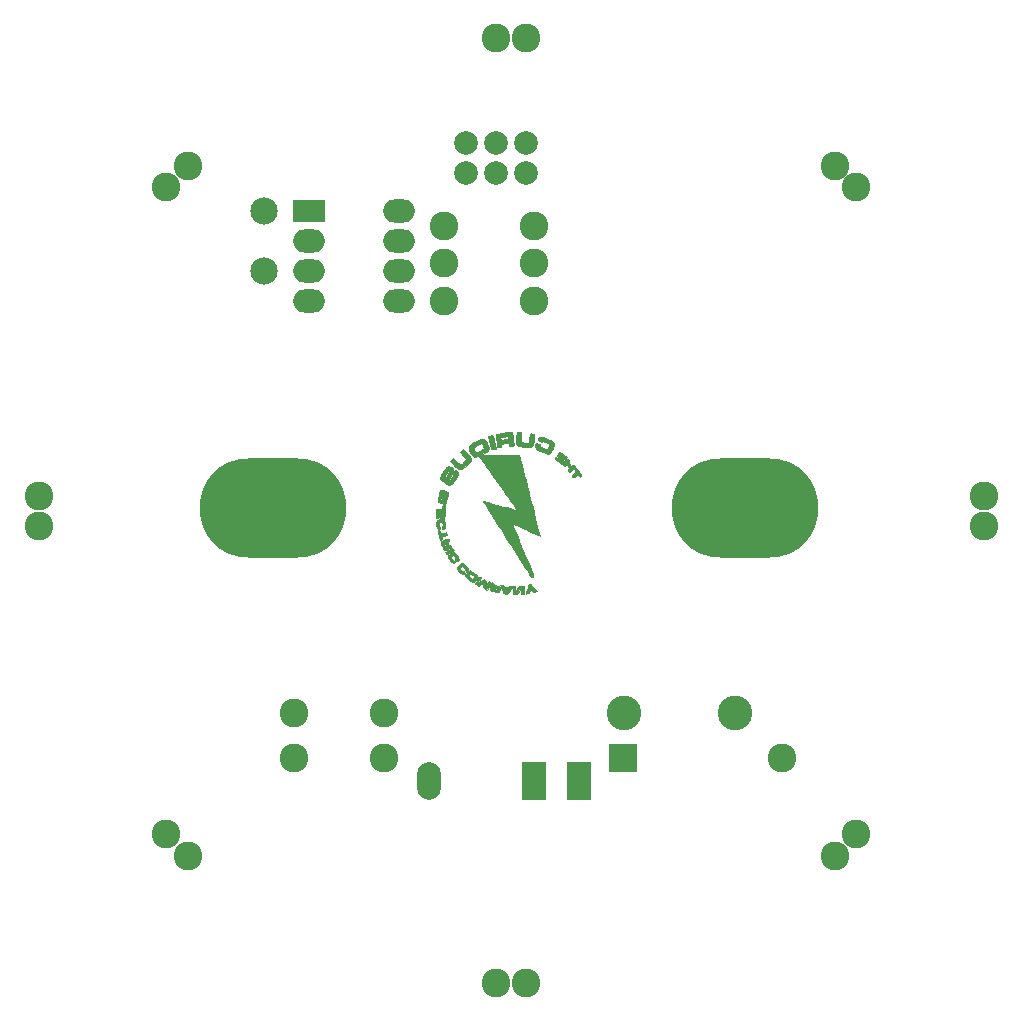
<source format=gbr>
G04 #@! TF.GenerationSoftware,KiCad,Pcbnew,(5.1.0)-1*
G04 #@! TF.CreationDate,2020-05-22T16:47:43+01:00*
G04 #@! TF.ProjectId,Solar8Ball,536f6c61-7238-4426-916c-6c2e6b696361,rev?*
G04 #@! TF.SameCoordinates,PX94225d0PY4cfd790*
G04 #@! TF.FileFunction,Soldermask,Bot*
G04 #@! TF.FilePolarity,Negative*
%FSLAX46Y46*%
G04 Gerber Fmt 4.6, Leading zero omitted, Abs format (unit mm)*
G04 Created by KiCad (PCBNEW (5.1.0)-1) date 2020-05-22 16:47:43*
%MOMM*%
%LPD*%
G04 APERTURE LIST*
%ADD10C,0.010000*%
%ADD11R,2.432000X2.432000*%
%ADD12C,2.432000*%
%ADD13O,12.400000X8.400000*%
%ADD14C,2.940000*%
%ADD15O,2.686000X1.974800*%
%ADD16R,2.686000X1.974800*%
%ADD17C,2.305000*%
%ADD18C,2.000200*%
%ADD19R,2.000000X3.200000*%
%ADD20O,2.000000X3.200000*%
G04 APERTURE END LIST*
D10*
G36*
X721157Y6681318D02*
G01*
X793965Y6652494D01*
X829354Y6586437D01*
X835007Y6468042D01*
X818604Y6282200D01*
X816983Y6267657D01*
X798380Y6063844D01*
X804117Y5928169D01*
X844786Y5845225D01*
X930978Y5799606D01*
X1073285Y5775906D01*
X1160397Y5768132D01*
X1318048Y5758503D01*
X1420550Y5769686D01*
X1481996Y5816050D01*
X1516476Y5911962D01*
X1538084Y6071792D01*
X1546772Y6162097D01*
X1567526Y6352109D01*
X1593186Y6471467D01*
X1633497Y6534048D01*
X1698202Y6553726D01*
X1797047Y6544377D01*
X1813352Y6541679D01*
X1922251Y6517906D01*
X1967645Y6483671D01*
X1970247Y6419816D01*
X1967066Y6399490D01*
X1952511Y6303541D01*
X1931540Y6153383D01*
X1908295Y5978816D01*
X1904539Y5949809D01*
X1875927Y5776668D01*
X1839868Y5625957D01*
X1803381Y5526104D01*
X1797420Y5515892D01*
X1758644Y5467748D01*
X1706644Y5439209D01*
X1621016Y5425707D01*
X1481355Y5422673D01*
X1385441Y5423646D01*
X1189358Y5430459D01*
X996566Y5443785D01*
X845656Y5460883D01*
X833429Y5462849D01*
X615101Y5522609D01*
X468553Y5615210D01*
X399173Y5733024D01*
X392625Y5820358D01*
X397241Y5965266D01*
X411897Y6141551D01*
X419548Y6208739D01*
X440157Y6382343D01*
X456000Y6526383D01*
X464647Y6618299D01*
X465548Y6635750D01*
X503642Y6673880D01*
X603250Y6688018D01*
X721157Y6681318D01*
X721157Y6681318D01*
G37*
X721157Y6681318D02*
X793965Y6652494D01*
X829354Y6586437D01*
X835007Y6468042D01*
X818604Y6282200D01*
X816983Y6267657D01*
X798380Y6063844D01*
X804117Y5928169D01*
X844786Y5845225D01*
X930978Y5799606D01*
X1073285Y5775906D01*
X1160397Y5768132D01*
X1318048Y5758503D01*
X1420550Y5769686D01*
X1481996Y5816050D01*
X1516476Y5911962D01*
X1538084Y6071792D01*
X1546772Y6162097D01*
X1567526Y6352109D01*
X1593186Y6471467D01*
X1633497Y6534048D01*
X1698202Y6553726D01*
X1797047Y6544377D01*
X1813352Y6541679D01*
X1922251Y6517906D01*
X1967645Y6483671D01*
X1970247Y6419816D01*
X1967066Y6399490D01*
X1952511Y6303541D01*
X1931540Y6153383D01*
X1908295Y5978816D01*
X1904539Y5949809D01*
X1875927Y5776668D01*
X1839868Y5625957D01*
X1803381Y5526104D01*
X1797420Y5515892D01*
X1758644Y5467748D01*
X1706644Y5439209D01*
X1621016Y5425707D01*
X1481355Y5422673D01*
X1385441Y5423646D01*
X1189358Y5430459D01*
X996566Y5443785D01*
X845656Y5460883D01*
X833429Y5462849D01*
X615101Y5522609D01*
X468553Y5615210D01*
X399173Y5733024D01*
X392625Y5820358D01*
X397241Y5965266D01*
X411897Y6141551D01*
X419548Y6208739D01*
X440157Y6382343D01*
X456000Y6526383D01*
X464647Y6618299D01*
X465548Y6635750D01*
X503642Y6673880D01*
X603250Y6688018D01*
X721157Y6681318D01*
G36*
X71844Y6673267D02*
G01*
X85609Y6624706D01*
X105604Y6511851D01*
X129213Y6354612D01*
X153819Y6172896D01*
X176807Y5986613D01*
X195560Y5815672D01*
X207462Y5679983D01*
X210290Y5619750D01*
X204686Y5548098D01*
X170485Y5514147D01*
X84978Y5503920D01*
X21167Y5503333D01*
X-95942Y5506902D01*
X-151405Y5528166D01*
X-168222Y5582961D01*
X-169333Y5634490D01*
X-169333Y5765646D01*
X-433916Y5737277D01*
X-625020Y5715027D01*
X-746520Y5692780D01*
X-813149Y5663045D01*
X-839637Y5618331D01*
X-840717Y5551146D01*
X-838881Y5531342D01*
X-836147Y5445544D01*
X-865809Y5404864D01*
X-950095Y5388635D01*
X-996369Y5384925D01*
X-1111369Y5383831D01*
X-1187499Y5396585D01*
X-1197452Y5402563D01*
X-1220799Y5468086D01*
X-1227173Y5575279D01*
X-1218036Y5687046D01*
X-1194848Y5766287D01*
X-1182575Y5780204D01*
X-1170124Y5829271D01*
X-1210897Y5889192D01*
X-1261028Y5986227D01*
X-1295974Y6135248D01*
X-1296639Y6141046D01*
X-921514Y6141046D01*
X-910430Y6096831D01*
X-885091Y6043460D01*
X-837988Y6020676D01*
X-745098Y6022123D01*
X-662808Y6031310D01*
X-512425Y6051231D01*
X-379737Y6071178D01*
X-334334Y6079064D01*
X-255170Y6108779D01*
X-239506Y6173259D01*
X-244732Y6207553D01*
X-258800Y6262950D01*
X-287319Y6292910D01*
X-349735Y6302171D01*
X-465492Y6295469D01*
X-566564Y6285958D01*
X-749659Y6264277D01*
X-861156Y6237679D01*
X-914095Y6198992D01*
X-921514Y6141046D01*
X-1296639Y6141046D01*
X-1303217Y6198306D01*
X-1310233Y6334557D01*
X-1297410Y6414324D01*
X-1257126Y6464906D01*
X-1221978Y6489249D01*
X-1152033Y6513668D01*
X-1021291Y6543090D01*
X-847891Y6574933D01*
X-649972Y6606620D01*
X-445673Y6635568D01*
X-253133Y6659200D01*
X-90491Y6674935D01*
X24114Y6680192D01*
X71844Y6673267D01*
X71844Y6673267D01*
G37*
X71844Y6673267D02*
X85609Y6624706D01*
X105604Y6511851D01*
X129213Y6354612D01*
X153819Y6172896D01*
X176807Y5986613D01*
X195560Y5815672D01*
X207462Y5679983D01*
X210290Y5619750D01*
X204686Y5548098D01*
X170485Y5514147D01*
X84978Y5503920D01*
X21167Y5503333D01*
X-95942Y5506902D01*
X-151405Y5528166D01*
X-168222Y5582961D01*
X-169333Y5634490D01*
X-169333Y5765646D01*
X-433916Y5737277D01*
X-625020Y5715027D01*
X-746520Y5692780D01*
X-813149Y5663045D01*
X-839637Y5618331D01*
X-840717Y5551146D01*
X-838881Y5531342D01*
X-836147Y5445544D01*
X-865809Y5404864D01*
X-950095Y5388635D01*
X-996369Y5384925D01*
X-1111369Y5383831D01*
X-1187499Y5396585D01*
X-1197452Y5402563D01*
X-1220799Y5468086D01*
X-1227173Y5575279D01*
X-1218036Y5687046D01*
X-1194848Y5766287D01*
X-1182575Y5780204D01*
X-1170124Y5829271D01*
X-1210897Y5889192D01*
X-1261028Y5986227D01*
X-1295974Y6135248D01*
X-1296639Y6141046D01*
X-921514Y6141046D01*
X-910430Y6096831D01*
X-885091Y6043460D01*
X-837988Y6020676D01*
X-745098Y6022123D01*
X-662808Y6031310D01*
X-512425Y6051231D01*
X-379737Y6071178D01*
X-334334Y6079064D01*
X-255170Y6108779D01*
X-239506Y6173259D01*
X-244732Y6207553D01*
X-258800Y6262950D01*
X-287319Y6292910D01*
X-349735Y6302171D01*
X-465492Y6295469D01*
X-566564Y6285958D01*
X-749659Y6264277D01*
X-861156Y6237679D01*
X-914095Y6198992D01*
X-921514Y6141046D01*
X-1296639Y6141046D01*
X-1303217Y6198306D01*
X-1310233Y6334557D01*
X-1297410Y6414324D01*
X-1257126Y6464906D01*
X-1221978Y6489249D01*
X-1152033Y6513668D01*
X-1021291Y6543090D01*
X-847891Y6574933D01*
X-649972Y6606620D01*
X-445673Y6635568D01*
X-253133Y6659200D01*
X-90491Y6674935D01*
X24114Y6680192D01*
X71844Y6673267D01*
G36*
X-1596440Y6387812D02*
G01*
X-1583780Y6381558D01*
X-1560380Y6329236D01*
X-1524673Y6216052D01*
X-1481227Y6060512D01*
X-1434615Y5881119D01*
X-1389405Y5696378D01*
X-1350168Y5524795D01*
X-1321475Y5384874D01*
X-1307894Y5295119D01*
X-1309771Y5272083D01*
X-1368815Y5253360D01*
X-1476161Y5231188D01*
X-1509710Y5225541D01*
X-1677845Y5198655D01*
X-1816831Y5729173D01*
X-1866989Y5931357D01*
X-1904810Y6105056D01*
X-1927006Y6233429D01*
X-1930290Y6299638D01*
X-1928924Y6303205D01*
X-1874595Y6337373D01*
X-1776722Y6368391D01*
X-1671829Y6387967D01*
X-1596440Y6387812D01*
X-1596440Y6387812D01*
G37*
X-1596440Y6387812D02*
X-1583780Y6381558D01*
X-1560380Y6329236D01*
X-1524673Y6216052D01*
X-1481227Y6060512D01*
X-1434615Y5881119D01*
X-1389405Y5696378D01*
X-1350168Y5524795D01*
X-1321475Y5384874D01*
X-1307894Y5295119D01*
X-1309771Y5272083D01*
X-1368815Y5253360D01*
X-1476161Y5231188D01*
X-1509710Y5225541D01*
X-1677845Y5198655D01*
X-1816831Y5729173D01*
X-1866989Y5931357D01*
X-1904810Y6105056D01*
X-1927006Y6233429D01*
X-1930290Y6299638D01*
X-1928924Y6303205D01*
X-1874595Y6337373D01*
X-1776722Y6368391D01*
X-1671829Y6387967D01*
X-1596440Y6387812D01*
G36*
X2561996Y6284777D02*
G01*
X2705168Y6248294D01*
X2883153Y6187804D01*
X3075874Y6110979D01*
X3263255Y6025490D01*
X3425218Y5939008D01*
X3478866Y5905540D01*
X3583720Y5815516D01*
X3634542Y5710758D01*
X3632022Y5576977D01*
X3576849Y5399888D01*
X3510503Y5249333D01*
X3408008Y5045985D01*
X3316568Y4913197D01*
X3218618Y4844282D01*
X3096596Y4832553D01*
X2932938Y4871324D01*
X2722099Y4949156D01*
X2442274Y5069639D01*
X2228138Y5183518D01*
X2085333Y5287323D01*
X2019505Y5377585D01*
X2018332Y5381694D01*
X2017858Y5482943D01*
X2049146Y5605611D01*
X2053749Y5617089D01*
X2113393Y5759837D01*
X2268366Y5695085D01*
X2371635Y5653942D01*
X2436940Y5631646D01*
X2444274Y5630333D01*
X2451839Y5596041D01*
X2442117Y5542032D01*
X2440999Y5489915D01*
X2477910Y5442412D01*
X2567285Y5387037D01*
X2691813Y5326079D01*
X2835510Y5265805D01*
X2954664Y5228364D01*
X3024466Y5221476D01*
X3026129Y5222038D01*
X3080039Y5275025D01*
X3140199Y5377462D01*
X3190938Y5497021D01*
X3216589Y5601371D01*
X3217334Y5616561D01*
X3182299Y5667114D01*
X3092490Y5729973D01*
X2970844Y5794719D01*
X2840302Y5850933D01*
X2723803Y5888197D01*
X2644286Y5896094D01*
X2625338Y5885420D01*
X2584419Y5854907D01*
X2506366Y5862566D01*
X2439786Y5882479D01*
X2334464Y5924615D01*
X2269136Y5964386D01*
X2263693Y5970845D01*
X2262947Y6041774D01*
X2308303Y6137299D01*
X2380503Y6228193D01*
X2460289Y6285231D01*
X2473715Y6289584D01*
X2561996Y6284777D01*
X2561996Y6284777D01*
G37*
X2561996Y6284777D02*
X2705168Y6248294D01*
X2883153Y6187804D01*
X3075874Y6110979D01*
X3263255Y6025490D01*
X3425218Y5939008D01*
X3478866Y5905540D01*
X3583720Y5815516D01*
X3634542Y5710758D01*
X3632022Y5576977D01*
X3576849Y5399888D01*
X3510503Y5249333D01*
X3408008Y5045985D01*
X3316568Y4913197D01*
X3218618Y4844282D01*
X3096596Y4832553D01*
X2932938Y4871324D01*
X2722099Y4949156D01*
X2442274Y5069639D01*
X2228138Y5183518D01*
X2085333Y5287323D01*
X2019505Y5377585D01*
X2018332Y5381694D01*
X2017858Y5482943D01*
X2049146Y5605611D01*
X2053749Y5617089D01*
X2113393Y5759837D01*
X2268366Y5695085D01*
X2371635Y5653942D01*
X2436940Y5631646D01*
X2444274Y5630333D01*
X2451839Y5596041D01*
X2442117Y5542032D01*
X2440999Y5489915D01*
X2477910Y5442412D01*
X2567285Y5387037D01*
X2691813Y5326079D01*
X2835510Y5265805D01*
X2954664Y5228364D01*
X3024466Y5221476D01*
X3026129Y5222038D01*
X3080039Y5275025D01*
X3140199Y5377462D01*
X3190938Y5497021D01*
X3216589Y5601371D01*
X3217334Y5616561D01*
X3182299Y5667114D01*
X3092490Y5729973D01*
X2970844Y5794719D01*
X2840302Y5850933D01*
X2723803Y5888197D01*
X2644286Y5896094D01*
X2625338Y5885420D01*
X2584419Y5854907D01*
X2506366Y5862566D01*
X2439786Y5882479D01*
X2334464Y5924615D01*
X2269136Y5964386D01*
X2263693Y5970845D01*
X2262947Y6041774D01*
X2308303Y6137299D01*
X2380503Y6228193D01*
X2460289Y6285231D01*
X2473715Y6289584D01*
X2561996Y6284777D01*
G36*
X4172130Y4937075D02*
G01*
X4271693Y4865659D01*
X4398192Y4766070D01*
X4698136Y4526750D01*
X4483037Y4253041D01*
X4383500Y4127386D01*
X4306619Y4032229D01*
X4265035Y3983144D01*
X4261219Y3979712D01*
X4227170Y4003881D01*
X4142415Y4067886D01*
X4023041Y4159533D01*
X3979334Y4193345D01*
X3827920Y4313492D01*
X3736123Y4396866D01*
X3694888Y4456221D01*
X3695164Y4504315D01*
X3725489Y4551021D01*
X3764401Y4578423D01*
X3819592Y4566490D01*
X3910281Y4508410D01*
X3968412Y4464931D01*
X4080552Y4384694D01*
X4168660Y4331326D01*
X4204035Y4318000D01*
X4197192Y4340965D01*
X4136118Y4400730D01*
X4049781Y4471830D01*
X3929096Y4569993D01*
X3869400Y4635017D01*
X3862442Y4682485D01*
X3899969Y4727980D01*
X3909728Y4736266D01*
X3960554Y4752242D01*
X4035649Y4721605D01*
X4151778Y4637777D01*
X4255560Y4561033D01*
X4330385Y4515715D01*
X4354846Y4510068D01*
X4338827Y4545625D01*
X4274729Y4606198D01*
X4271546Y4608725D01*
X4125066Y4724814D01*
X4035190Y4800781D01*
X3992386Y4849372D01*
X3987125Y4883330D01*
X4009876Y4915401D01*
X4028207Y4934131D01*
X4065960Y4964237D01*
X4108743Y4967577D01*
X4172130Y4937075D01*
X4172130Y4937075D01*
G37*
X4172130Y4937075D02*
X4271693Y4865659D01*
X4398192Y4766070D01*
X4698136Y4526750D01*
X4483037Y4253041D01*
X4383500Y4127386D01*
X4306619Y4032229D01*
X4265035Y3983144D01*
X4261219Y3979712D01*
X4227170Y4003881D01*
X4142415Y4067886D01*
X4023041Y4159533D01*
X3979334Y4193345D01*
X3827920Y4313492D01*
X3736123Y4396866D01*
X3694888Y4456221D01*
X3695164Y4504315D01*
X3725489Y4551021D01*
X3764401Y4578423D01*
X3819592Y4566490D01*
X3910281Y4508410D01*
X3968412Y4464931D01*
X4080552Y4384694D01*
X4168660Y4331326D01*
X4204035Y4318000D01*
X4197192Y4340965D01*
X4136118Y4400730D01*
X4049781Y4471830D01*
X3929096Y4569993D01*
X3869400Y4635017D01*
X3862442Y4682485D01*
X3899969Y4727980D01*
X3909728Y4736266D01*
X3960554Y4752242D01*
X4035649Y4721605D01*
X4151778Y4637777D01*
X4255560Y4561033D01*
X4330385Y4515715D01*
X4354846Y4510068D01*
X4338827Y4545625D01*
X4274729Y4606198D01*
X4271546Y4608725D01*
X4125066Y4724814D01*
X4035190Y4800781D01*
X3992386Y4849372D01*
X3987125Y4883330D01*
X4009876Y4915401D01*
X4028207Y4934131D01*
X4065960Y4964237D01*
X4108743Y4967577D01*
X4172130Y4937075D01*
G36*
X-3789242Y4963281D02*
G01*
X-3607313Y4759860D01*
X-3484097Y4600847D01*
X-3416919Y4472344D01*
X-3403105Y4360450D01*
X-3439980Y4251265D01*
X-3524868Y4130890D01*
X-3610351Y4033697D01*
X-3846716Y3797123D01*
X-4057169Y3630218D01*
X-4238085Y3535521D01*
X-4353551Y3513404D01*
X-4427365Y3519148D01*
X-4495665Y3543826D01*
X-4573484Y3598194D01*
X-4675854Y3693010D01*
X-4817808Y3839030D01*
X-4837325Y3859564D01*
X-5166150Y4205986D01*
X-5051654Y4325493D01*
X-4967357Y4402512D01*
X-4902053Y4443484D01*
X-4892163Y4445500D01*
X-4845029Y4416573D01*
X-4756878Y4338741D01*
X-4643205Y4226150D01*
X-4586679Y4166652D01*
X-4458225Y4032851D01*
X-4370452Y3954117D01*
X-4309430Y3920815D01*
X-4261234Y3923309D01*
X-4245388Y3930548D01*
X-4162954Y3988179D01*
X-4059018Y4078302D01*
X-3953276Y4181310D01*
X-3865427Y4277593D01*
X-3815167Y4347546D01*
X-3810000Y4363950D01*
X-3837626Y4413541D01*
X-3911341Y4506225D01*
X-4017399Y4625197D01*
X-4064000Y4674509D01*
X-4178618Y4797734D01*
X-4266347Y4899400D01*
X-4313534Y4963374D01*
X-4318000Y4974679D01*
X-4288255Y5021618D01*
X-4213747Y5096324D01*
X-4180825Y5124852D01*
X-4043651Y5239371D01*
X-3789242Y4963281D01*
X-3789242Y4963281D01*
G37*
X-3789242Y4963281D02*
X-3607313Y4759860D01*
X-3484097Y4600847D01*
X-3416919Y4472344D01*
X-3403105Y4360450D01*
X-3439980Y4251265D01*
X-3524868Y4130890D01*
X-3610351Y4033697D01*
X-3846716Y3797123D01*
X-4057169Y3630218D01*
X-4238085Y3535521D01*
X-4353551Y3513404D01*
X-4427365Y3519148D01*
X-4495665Y3543826D01*
X-4573484Y3598194D01*
X-4675854Y3693010D01*
X-4817808Y3839030D01*
X-4837325Y3859564D01*
X-5166150Y4205986D01*
X-5051654Y4325493D01*
X-4967357Y4402512D01*
X-4902053Y4443484D01*
X-4892163Y4445500D01*
X-4845029Y4416573D01*
X-4756878Y4338741D01*
X-4643205Y4226150D01*
X-4586679Y4166652D01*
X-4458225Y4032851D01*
X-4370452Y3954117D01*
X-4309430Y3920815D01*
X-4261234Y3923309D01*
X-4245388Y3930548D01*
X-4162954Y3988179D01*
X-4059018Y4078302D01*
X-3953276Y4181310D01*
X-3865427Y4277593D01*
X-3815167Y4347546D01*
X-3810000Y4363950D01*
X-3837626Y4413541D01*
X-3911341Y4506225D01*
X-4017399Y4625197D01*
X-4064000Y4674509D01*
X-4178618Y4797734D01*
X-4266347Y4899400D01*
X-4313534Y4963374D01*
X-4318000Y4974679D01*
X-4288255Y5021618D01*
X-4213747Y5096324D01*
X-4180825Y5124852D01*
X-4043651Y5239371D01*
X-3789242Y4963281D01*
G36*
X4924628Y4321714D02*
G01*
X4935512Y4226800D01*
X4895387Y4155172D01*
X4857817Y4102419D01*
X4862750Y4051163D01*
X4916554Y3973945D01*
X4945569Y3938744D01*
X5021928Y3852626D01*
X5073845Y3823347D01*
X5130017Y3841830D01*
X5170765Y3867519D01*
X5250658Y3912127D01*
X5303168Y3903075D01*
X5356075Y3851330D01*
X5392911Y3805219D01*
X5400265Y3763378D01*
X5369982Y3708578D01*
X5293910Y3623588D01*
X5205656Y3533472D01*
X5067375Y3400215D01*
X4970543Y3327697D01*
X4902810Y3311283D01*
X4851828Y3346333D01*
X4824115Y3390188D01*
X4800773Y3473087D01*
X4842520Y3550604D01*
X4851878Y3561205D01*
X4894292Y3616182D01*
X4893618Y3662723D01*
X4842689Y3727350D01*
X4793436Y3777436D01*
X4709074Y3857812D01*
X4656852Y3884379D01*
X4609607Y3863755D01*
X4572190Y3831338D01*
X4507148Y3779841D01*
X4459367Y3783622D01*
X4391407Y3844778D01*
X4298470Y3937716D01*
X4537026Y4176272D01*
X4683628Y4311900D01*
X4786352Y4380823D01*
X4844084Y4388541D01*
X4924628Y4321714D01*
X4924628Y4321714D01*
G37*
X4924628Y4321714D02*
X4935512Y4226800D01*
X4895387Y4155172D01*
X4857817Y4102419D01*
X4862750Y4051163D01*
X4916554Y3973945D01*
X4945569Y3938744D01*
X5021928Y3852626D01*
X5073845Y3823347D01*
X5130017Y3841830D01*
X5170765Y3867519D01*
X5250658Y3912127D01*
X5303168Y3903075D01*
X5356075Y3851330D01*
X5392911Y3805219D01*
X5400265Y3763378D01*
X5369982Y3708578D01*
X5293910Y3623588D01*
X5205656Y3533472D01*
X5067375Y3400215D01*
X4970543Y3327697D01*
X4902810Y3311283D01*
X4851828Y3346333D01*
X4824115Y3390188D01*
X4800773Y3473087D01*
X4842520Y3550604D01*
X4851878Y3561205D01*
X4894292Y3616182D01*
X4893618Y3662723D01*
X4842689Y3727350D01*
X4793436Y3777436D01*
X4709074Y3857812D01*
X4656852Y3884379D01*
X4609607Y3863755D01*
X4572190Y3831338D01*
X4507148Y3779841D01*
X4459367Y3783622D01*
X4391407Y3844778D01*
X4298470Y3937716D01*
X4537026Y4176272D01*
X4683628Y4311900D01*
X4786352Y4380823D01*
X4844084Y4388541D01*
X4924628Y4321714D01*
G36*
X5488568Y3625627D02*
G01*
X5549074Y3581726D01*
X5629871Y3487211D01*
X5743729Y3332516D01*
X5754721Y3317152D01*
X5861230Y3166173D01*
X5923745Y3068151D01*
X5948234Y3007691D01*
X5940664Y2969394D01*
X5907001Y2937864D01*
X5902888Y2934827D01*
X5841417Y2901461D01*
X5790436Y2920509D01*
X5729412Y2988960D01*
X5637990Y3103288D01*
X5456489Y2969811D01*
X5333756Y2883206D01*
X5258350Y2845792D01*
X5211233Y2854185D01*
X5173364Y2905003D01*
X5166156Y2918217D01*
X5134748Y2982295D01*
X5133815Y3028230D01*
X5174811Y3076652D01*
X5269188Y3148188D01*
X5310196Y3177651D01*
X5498058Y3312564D01*
X5406462Y3436454D01*
X5350163Y3522666D01*
X5346041Y3571191D01*
X5377350Y3599857D01*
X5435583Y3628482D01*
X5488568Y3625627D01*
X5488568Y3625627D01*
G37*
X5488568Y3625627D02*
X5549074Y3581726D01*
X5629871Y3487211D01*
X5743729Y3332516D01*
X5754721Y3317152D01*
X5861230Y3166173D01*
X5923745Y3068151D01*
X5948234Y3007691D01*
X5940664Y2969394D01*
X5907001Y2937864D01*
X5902888Y2934827D01*
X5841417Y2901461D01*
X5790436Y2920509D01*
X5729412Y2988960D01*
X5637990Y3103288D01*
X5456489Y2969811D01*
X5333756Y2883206D01*
X5258350Y2845792D01*
X5211233Y2854185D01*
X5173364Y2905003D01*
X5166156Y2918217D01*
X5134748Y2982295D01*
X5133815Y3028230D01*
X5174811Y3076652D01*
X5269188Y3148188D01*
X5310196Y3177651D01*
X5498058Y3312564D01*
X5406462Y3436454D01*
X5350163Y3522666D01*
X5346041Y3571191D01*
X5377350Y3599857D01*
X5435583Y3628482D01*
X5488568Y3625627D01*
G36*
X-5178396Y3739829D02*
G01*
X-5032446Y3672631D01*
X-4924146Y3572863D01*
X-4886476Y3495523D01*
X-4885500Y3422011D01*
X-4917845Y3318123D01*
X-4988994Y3169885D01*
X-5075840Y3012936D01*
X-5179845Y2829851D01*
X-5245788Y2707672D01*
X-5278185Y2634119D01*
X-5281550Y2596915D01*
X-5260397Y2583781D01*
X-5234160Y2582333D01*
X-5174268Y2617378D01*
X-5095940Y2706825D01*
X-5013835Y2827147D01*
X-4942608Y2954814D01*
X-4896916Y3066297D01*
X-4890122Y3134627D01*
X-4887254Y3219507D01*
X-4848961Y3324968D01*
X-4791547Y3418923D01*
X-4731317Y3469288D01*
X-4719022Y3471333D01*
X-4638487Y3436866D01*
X-4555895Y3354505D01*
X-4498435Y3255810D01*
X-4487333Y3202428D01*
X-4510283Y3117506D01*
X-4572048Y2982672D01*
X-4662002Y2816742D01*
X-4769519Y2638537D01*
X-4883971Y2466874D01*
X-4962991Y2360083D01*
X-5096547Y2238915D01*
X-5246610Y2199703D01*
X-5418348Y2241503D01*
X-5470519Y2267322D01*
X-5594809Y2367513D01*
X-5664421Y2492314D01*
X-5672666Y2549577D01*
X-5652590Y2608952D01*
X-5598527Y2722479D01*
X-5519727Y2871516D01*
X-5461000Y2976202D01*
X-5371972Y3133396D01*
X-5301410Y3261655D01*
X-5258331Y3344370D01*
X-5249333Y3366009D01*
X-5283580Y3384741D01*
X-5308420Y3386666D01*
X-5365966Y3351902D01*
X-5441063Y3264298D01*
X-5518036Y3148890D01*
X-5581210Y3030714D01*
X-5614908Y2934804D01*
X-5614347Y2898067D01*
X-5621060Y2830325D01*
X-5661904Y2730555D01*
X-5720119Y2629343D01*
X-5778947Y2557275D01*
X-5810250Y2540524D01*
X-5860391Y2567101D01*
X-5926666Y2624666D01*
X-5988964Y2710599D01*
X-6007575Y2810110D01*
X-5979512Y2935203D01*
X-5901788Y3097881D01*
X-5771415Y3310149D01*
X-5746750Y3347586D01*
X-5629090Y3522046D01*
X-5543797Y3637484D01*
X-5478157Y3706542D01*
X-5419455Y3741865D01*
X-5354976Y3756096D01*
X-5334000Y3758035D01*
X-5178396Y3739829D01*
X-5178396Y3739829D01*
G37*
X-5178396Y3739829D02*
X-5032446Y3672631D01*
X-4924146Y3572863D01*
X-4886476Y3495523D01*
X-4885500Y3422011D01*
X-4917845Y3318123D01*
X-4988994Y3169885D01*
X-5075840Y3012936D01*
X-5179845Y2829851D01*
X-5245788Y2707672D01*
X-5278185Y2634119D01*
X-5281550Y2596915D01*
X-5260397Y2583781D01*
X-5234160Y2582333D01*
X-5174268Y2617378D01*
X-5095940Y2706825D01*
X-5013835Y2827147D01*
X-4942608Y2954814D01*
X-4896916Y3066297D01*
X-4890122Y3134627D01*
X-4887254Y3219507D01*
X-4848961Y3324968D01*
X-4791547Y3418923D01*
X-4731317Y3469288D01*
X-4719022Y3471333D01*
X-4638487Y3436866D01*
X-4555895Y3354505D01*
X-4498435Y3255810D01*
X-4487333Y3202428D01*
X-4510283Y3117506D01*
X-4572048Y2982672D01*
X-4662002Y2816742D01*
X-4769519Y2638537D01*
X-4883971Y2466874D01*
X-4962991Y2360083D01*
X-5096547Y2238915D01*
X-5246610Y2199703D01*
X-5418348Y2241503D01*
X-5470519Y2267322D01*
X-5594809Y2367513D01*
X-5664421Y2492314D01*
X-5672666Y2549577D01*
X-5652590Y2608952D01*
X-5598527Y2722479D01*
X-5519727Y2871516D01*
X-5461000Y2976202D01*
X-5371972Y3133396D01*
X-5301410Y3261655D01*
X-5258331Y3344370D01*
X-5249333Y3366009D01*
X-5283580Y3384741D01*
X-5308420Y3386666D01*
X-5365966Y3351902D01*
X-5441063Y3264298D01*
X-5518036Y3148890D01*
X-5581210Y3030714D01*
X-5614908Y2934804D01*
X-5614347Y2898067D01*
X-5621060Y2830325D01*
X-5661904Y2730555D01*
X-5720119Y2629343D01*
X-5778947Y2557275D01*
X-5810250Y2540524D01*
X-5860391Y2567101D01*
X-5926666Y2624666D01*
X-5988964Y2710599D01*
X-6007575Y2810110D01*
X-5979512Y2935203D01*
X-5901788Y3097881D01*
X-5771415Y3310149D01*
X-5746750Y3347586D01*
X-5629090Y3522046D01*
X-5543797Y3637484D01*
X-5478157Y3706542D01*
X-5419455Y3741865D01*
X-5354976Y3756096D01*
X-5334000Y3758035D01*
X-5178396Y3739829D01*
G36*
X-5847826Y1768191D02*
G01*
X-5674510Y1724224D01*
X-5643893Y1715412D01*
X-5490064Y1670737D01*
X-5392220Y1632277D01*
X-5343243Y1582588D01*
X-5336015Y1504224D01*
X-5363419Y1379741D01*
X-5418338Y1191693D01*
X-5423306Y1174750D01*
X-5471355Y1033438D01*
X-5518931Y931075D01*
X-5556207Y888547D01*
X-5558042Y888352D01*
X-5586146Y877736D01*
X-5560311Y856602D01*
X-5538681Y815722D01*
X-5539159Y725447D01*
X-5562360Y572295D01*
X-5576743Y497416D01*
X-5611560Y332968D01*
X-5640951Y234989D01*
X-5673725Y186488D01*
X-5718691Y170472D01*
X-5746822Y169333D01*
X-5808942Y174622D01*
X-5835237Y205097D01*
X-5833873Y282670D01*
X-5821772Y370416D01*
X-5802801Y497224D01*
X-5788773Y589159D01*
X-5785215Y611504D01*
X-5819169Y640047D01*
X-5913649Y670842D01*
X-6000750Y688816D01*
X-6129750Y713819D01*
X-6195812Y743071D01*
X-6219889Y792268D01*
X-6223000Y855306D01*
X-6218818Y935246D01*
X-6190780Y968093D01*
X-6115644Y966839D01*
X-6043083Y955886D01*
X-5902068Y931509D01*
X-5778798Y907057D01*
X-5757333Y902187D01*
X-5688943Y893255D01*
X-5678631Y906648D01*
X-5681486Y959613D01*
X-5661763Y1067893D01*
X-5629595Y1187770D01*
X-5595321Y1317991D01*
X-5581242Y1408890D01*
X-5588877Y1439333D01*
X-5618834Y1402170D01*
X-5659651Y1306039D01*
X-5692012Y1206500D01*
X-5736479Y1066465D01*
X-5774027Y995884D01*
X-5817061Y981780D01*
X-5877987Y1011175D01*
X-5878452Y1011469D01*
X-5908392Y1045934D01*
X-5910713Y1108808D01*
X-5884698Y1222007D01*
X-5869855Y1273862D01*
X-5836564Y1400632D01*
X-5820233Y1490400D01*
X-5821822Y1517934D01*
X-5839624Y1516932D01*
X-5863107Y1471517D01*
X-5897676Y1368355D01*
X-5938213Y1230884D01*
X-5987136Y1094749D01*
X-6039091Y1033636D01*
X-6104228Y1038202D01*
X-6131297Y1053129D01*
X-6152045Y1107939D01*
X-6140484Y1228323D01*
X-6095907Y1417857D01*
X-6017606Y1680120D01*
X-5990834Y1763123D01*
X-5950931Y1780836D01*
X-5847826Y1768191D01*
X-5847826Y1768191D01*
G37*
X-5847826Y1768191D02*
X-5674510Y1724224D01*
X-5643893Y1715412D01*
X-5490064Y1670737D01*
X-5392220Y1632277D01*
X-5343243Y1582588D01*
X-5336015Y1504224D01*
X-5363419Y1379741D01*
X-5418338Y1191693D01*
X-5423306Y1174750D01*
X-5471355Y1033438D01*
X-5518931Y931075D01*
X-5556207Y888547D01*
X-5558042Y888352D01*
X-5586146Y877736D01*
X-5560311Y856602D01*
X-5538681Y815722D01*
X-5539159Y725447D01*
X-5562360Y572295D01*
X-5576743Y497416D01*
X-5611560Y332968D01*
X-5640951Y234989D01*
X-5673725Y186488D01*
X-5718691Y170472D01*
X-5746822Y169333D01*
X-5808942Y174622D01*
X-5835237Y205097D01*
X-5833873Y282670D01*
X-5821772Y370416D01*
X-5802801Y497224D01*
X-5788773Y589159D01*
X-5785215Y611504D01*
X-5819169Y640047D01*
X-5913649Y670842D01*
X-6000750Y688816D01*
X-6129750Y713819D01*
X-6195812Y743071D01*
X-6219889Y792268D01*
X-6223000Y855306D01*
X-6218818Y935246D01*
X-6190780Y968093D01*
X-6115644Y966839D01*
X-6043083Y955886D01*
X-5902068Y931509D01*
X-5778798Y907057D01*
X-5757333Y902187D01*
X-5688943Y893255D01*
X-5678631Y906648D01*
X-5681486Y959613D01*
X-5661763Y1067893D01*
X-5629595Y1187770D01*
X-5595321Y1317991D01*
X-5581242Y1408890D01*
X-5588877Y1439333D01*
X-5618834Y1402170D01*
X-5659651Y1306039D01*
X-5692012Y1206500D01*
X-5736479Y1066465D01*
X-5774027Y995884D01*
X-5817061Y981780D01*
X-5877987Y1011175D01*
X-5878452Y1011469D01*
X-5908392Y1045934D01*
X-5910713Y1108808D01*
X-5884698Y1222007D01*
X-5869855Y1273862D01*
X-5836564Y1400632D01*
X-5820233Y1490400D01*
X-5821822Y1517934D01*
X-5839624Y1516932D01*
X-5863107Y1471517D01*
X-5897676Y1368355D01*
X-5938213Y1230884D01*
X-5987136Y1094749D01*
X-6039091Y1033636D01*
X-6104228Y1038202D01*
X-6131297Y1053129D01*
X-6152045Y1107939D01*
X-6140484Y1228323D01*
X-6095907Y1417857D01*
X-6017606Y1680120D01*
X-5990834Y1763123D01*
X-5950931Y1780836D01*
X-5847826Y1768191D01*
G36*
X-6153591Y153921D02*
G01*
X-5990617Y136758D01*
X-5829325Y127515D01*
X-5793758Y127000D01*
X-5630333Y127000D01*
X-5630333Y-121709D01*
X-5637822Y-357792D01*
X-5661484Y-517395D01*
X-5703112Y-607473D01*
X-5762625Y-635000D01*
X-5805147Y-625169D01*
X-5829278Y-583592D01*
X-5840095Y-492144D01*
X-5842648Y-349250D01*
X-5847035Y-195867D01*
X-5859887Y-122209D01*
X-5882067Y-123678D01*
X-5884333Y-127000D01*
X-5909132Y-205826D01*
X-5924096Y-331128D01*
X-5926018Y-391584D01*
X-5931404Y-514672D01*
X-5952504Y-574524D01*
X-5998295Y-592299D01*
X-6011333Y-592667D01*
X-6058198Y-583174D01*
X-6084849Y-542065D01*
X-6097832Y-450396D01*
X-6102775Y-328084D01*
X-6108038Y-217197D01*
X-6115537Y-173570D01*
X-6123719Y-205567D01*
X-6124359Y-211667D01*
X-6146923Y-407897D01*
X-6170625Y-533839D01*
X-6200293Y-603787D01*
X-6240750Y-632040D01*
X-6267251Y-635000D01*
X-6305520Y-628560D01*
X-6329773Y-598866D01*
X-6343166Y-530360D01*
X-6348855Y-407483D01*
X-6350000Y-227079D01*
X-6350000Y180841D01*
X-6153591Y153921D01*
X-6153591Y153921D01*
G37*
X-6153591Y153921D02*
X-5990617Y136758D01*
X-5829325Y127515D01*
X-5793758Y127000D01*
X-5630333Y127000D01*
X-5630333Y-121709D01*
X-5637822Y-357792D01*
X-5661484Y-517395D01*
X-5703112Y-607473D01*
X-5762625Y-635000D01*
X-5805147Y-625169D01*
X-5829278Y-583592D01*
X-5840095Y-492144D01*
X-5842648Y-349250D01*
X-5847035Y-195867D01*
X-5859887Y-122209D01*
X-5882067Y-123678D01*
X-5884333Y-127000D01*
X-5909132Y-205826D01*
X-5924096Y-331128D01*
X-5926018Y-391584D01*
X-5931404Y-514672D01*
X-5952504Y-574524D01*
X-5998295Y-592299D01*
X-6011333Y-592667D01*
X-6058198Y-583174D01*
X-6084849Y-542065D01*
X-6097832Y-450396D01*
X-6102775Y-328084D01*
X-6108038Y-217197D01*
X-6115537Y-173570D01*
X-6123719Y-205567D01*
X-6124359Y-211667D01*
X-6146923Y-407897D01*
X-6170625Y-533839D01*
X-6200293Y-603787D01*
X-6240750Y-632040D01*
X-6267251Y-635000D01*
X-6305520Y-628560D01*
X-6329773Y-598866D01*
X-6343166Y-530360D01*
X-6348855Y-407483D01*
X-6350000Y-227079D01*
X-6350000Y180841D01*
X-6153591Y153921D01*
G36*
X-5729702Y-706985D02*
G01*
X-5726079Y-709284D01*
X-5688232Y-771848D01*
X-5649990Y-893632D01*
X-5616897Y-1049398D01*
X-5594498Y-1213908D01*
X-5588000Y-1337789D01*
X-5617801Y-1459617D01*
X-5693396Y-1539221D01*
X-5794070Y-1558006D01*
X-5824141Y-1549755D01*
X-5864679Y-1501836D01*
X-5883087Y-1421630D01*
X-5876583Y-1346133D01*
X-5842383Y-1312336D01*
X-5842000Y-1312334D01*
X-5813341Y-1275960D01*
X-5800631Y-1188263D01*
X-5805573Y-1081380D01*
X-5825362Y-998296D01*
X-5884918Y-945765D01*
X-5984426Y-934199D01*
X-6087664Y-967605D01*
X-6089942Y-969027D01*
X-6119255Y-1030858D01*
X-6119797Y-1136637D01*
X-6094875Y-1251961D01*
X-6054892Y-1333500D01*
X-6020113Y-1406577D01*
X-6000244Y-1471084D01*
X-5995577Y-1539136D01*
X-6042553Y-1563900D01*
X-6098474Y-1566334D01*
X-6208425Y-1540308D01*
X-6259485Y-1492250D01*
X-6295564Y-1384586D01*
X-6320495Y-1234862D01*
X-6332623Y-1071516D01*
X-6330292Y-922986D01*
X-6311845Y-817711D01*
X-6300097Y-794740D01*
X-6226110Y-749256D01*
X-6099824Y-712937D01*
X-5953491Y-690585D01*
X-5819365Y-687000D01*
X-5729702Y-706985D01*
X-5729702Y-706985D01*
G37*
X-5729702Y-706985D02*
X-5726079Y-709284D01*
X-5688232Y-771848D01*
X-5649990Y-893632D01*
X-5616897Y-1049398D01*
X-5594498Y-1213908D01*
X-5588000Y-1337789D01*
X-5617801Y-1459617D01*
X-5693396Y-1539221D01*
X-5794070Y-1558006D01*
X-5824141Y-1549755D01*
X-5864679Y-1501836D01*
X-5883087Y-1421630D01*
X-5876583Y-1346133D01*
X-5842383Y-1312336D01*
X-5842000Y-1312334D01*
X-5813341Y-1275960D01*
X-5800631Y-1188263D01*
X-5805573Y-1081380D01*
X-5825362Y-998296D01*
X-5884918Y-945765D01*
X-5984426Y-934199D01*
X-6087664Y-967605D01*
X-6089942Y-969027D01*
X-6119255Y-1030858D01*
X-6119797Y-1136637D01*
X-6094875Y-1251961D01*
X-6054892Y-1333500D01*
X-6020113Y-1406577D01*
X-6000244Y-1471084D01*
X-5995577Y-1539136D01*
X-6042553Y-1563900D01*
X-6098474Y-1566334D01*
X-6208425Y-1540308D01*
X-6259485Y-1492250D01*
X-6295564Y-1384586D01*
X-6320495Y-1234862D01*
X-6332623Y-1071516D01*
X-6330292Y-922986D01*
X-6311845Y-817711D01*
X-6300097Y-794740D01*
X-6226110Y-749256D01*
X-6099824Y-712937D01*
X-5953491Y-690585D01*
X-5819365Y-687000D01*
X-5729702Y-706985D01*
G36*
X-6030957Y-1687884D02*
G01*
X-5995525Y-1782955D01*
X-5967823Y-1872675D01*
X-5921236Y-1897346D01*
X-5873817Y-1888766D01*
X-5765581Y-1863612D01*
X-5633136Y-1838278D01*
X-5625542Y-1836993D01*
X-5523088Y-1826044D01*
X-5474576Y-1849260D01*
X-5451646Y-1920934D01*
X-5450858Y-1925019D01*
X-5450024Y-2015639D01*
X-5476816Y-2054413D01*
X-5544949Y-2074034D01*
X-5659264Y-2104562D01*
X-5707254Y-2116972D01*
X-5819212Y-2149765D01*
X-5867457Y-2185663D01*
X-5870884Y-2246317D01*
X-5861479Y-2293684D01*
X-5861992Y-2415481D01*
X-5924603Y-2484211D01*
X-5991061Y-2497019D01*
X-6019885Y-2459144D01*
X-6061279Y-2357026D01*
X-6108414Y-2208837D01*
X-6132935Y-2119567D01*
X-6182193Y-1915527D01*
X-6203083Y-1779124D01*
X-6194697Y-1697906D01*
X-6156127Y-1659418D01*
X-6098793Y-1651000D01*
X-6030957Y-1687884D01*
X-6030957Y-1687884D01*
G37*
X-6030957Y-1687884D02*
X-5995525Y-1782955D01*
X-5967823Y-1872675D01*
X-5921236Y-1897346D01*
X-5873817Y-1888766D01*
X-5765581Y-1863612D01*
X-5633136Y-1838278D01*
X-5625542Y-1836993D01*
X-5523088Y-1826044D01*
X-5474576Y-1849260D01*
X-5451646Y-1920934D01*
X-5450858Y-1925019D01*
X-5450024Y-2015639D01*
X-5476816Y-2054413D01*
X-5544949Y-2074034D01*
X-5659264Y-2104562D01*
X-5707254Y-2116972D01*
X-5819212Y-2149765D01*
X-5867457Y-2185663D01*
X-5870884Y-2246317D01*
X-5861479Y-2293684D01*
X-5861992Y-2415481D01*
X-5924603Y-2484211D01*
X-5991061Y-2497019D01*
X-6019885Y-2459144D01*
X-6061279Y-2357026D01*
X-6108414Y-2208837D01*
X-6132935Y-2119567D01*
X-6182193Y-1915527D01*
X-6203083Y-1779124D01*
X-6194697Y-1697906D01*
X-6156127Y-1659418D01*
X-6098793Y-1651000D01*
X-6030957Y-1687884D01*
G36*
X-5329195Y-2361180D02*
G01*
X-5295645Y-2422973D01*
X-5272405Y-2487084D01*
X-5264971Y-2561605D01*
X-5309980Y-2582334D01*
X-5366258Y-2612538D01*
X-5368146Y-2704482D01*
X-5335048Y-2812411D01*
X-5271785Y-2899735D01*
X-5209537Y-2921000D01*
X-5130665Y-2952870D01*
X-5069630Y-3026026D01*
X-5050227Y-3106784D01*
X-5059374Y-3133542D01*
X-5116175Y-3163401D01*
X-5209498Y-3175000D01*
X-5297601Y-3186272D01*
X-5334000Y-3213192D01*
X-5369157Y-3247856D01*
X-5452418Y-3291057D01*
X-5550468Y-3328108D01*
X-5629993Y-3344322D01*
X-5631467Y-3344334D01*
X-5681446Y-3315242D01*
X-5703170Y-3291417D01*
X-5741162Y-3222546D01*
X-5794972Y-3102192D01*
X-5854627Y-2955809D01*
X-5910155Y-2808849D01*
X-5936353Y-2731646D01*
X-5702901Y-2731646D01*
X-5694032Y-2783417D01*
X-5656747Y-2879652D01*
X-5622759Y-2971343D01*
X-5572485Y-3052746D01*
X-5522397Y-3062502D01*
X-5488265Y-3035631D01*
X-5492287Y-2979232D01*
X-5525641Y-2890572D01*
X-5565788Y-2790708D01*
X-5587004Y-2730560D01*
X-5588000Y-2725330D01*
X-5622839Y-2711380D01*
X-5656029Y-2709334D01*
X-5702901Y-2731646D01*
X-5936353Y-2731646D01*
X-5951584Y-2686765D01*
X-5968942Y-2615012D01*
X-5969000Y-2612924D01*
X-5932313Y-2574743D01*
X-5837983Y-2522292D01*
X-5709603Y-2464853D01*
X-5570765Y-2411710D01*
X-5445065Y-2372146D01*
X-5356094Y-2355444D01*
X-5329195Y-2361180D01*
X-5329195Y-2361180D01*
G37*
X-5329195Y-2361180D02*
X-5295645Y-2422973D01*
X-5272405Y-2487084D01*
X-5264971Y-2561605D01*
X-5309980Y-2582334D01*
X-5366258Y-2612538D01*
X-5368146Y-2704482D01*
X-5335048Y-2812411D01*
X-5271785Y-2899735D01*
X-5209537Y-2921000D01*
X-5130665Y-2952870D01*
X-5069630Y-3026026D01*
X-5050227Y-3106784D01*
X-5059374Y-3133542D01*
X-5116175Y-3163401D01*
X-5209498Y-3175000D01*
X-5297601Y-3186272D01*
X-5334000Y-3213192D01*
X-5369157Y-3247856D01*
X-5452418Y-3291057D01*
X-5550468Y-3328108D01*
X-5629993Y-3344322D01*
X-5631467Y-3344334D01*
X-5681446Y-3315242D01*
X-5703170Y-3291417D01*
X-5741162Y-3222546D01*
X-5794972Y-3102192D01*
X-5854627Y-2955809D01*
X-5910155Y-2808849D01*
X-5936353Y-2731646D01*
X-5702901Y-2731646D01*
X-5694032Y-2783417D01*
X-5656747Y-2879652D01*
X-5622759Y-2971343D01*
X-5572485Y-3052746D01*
X-5522397Y-3062502D01*
X-5488265Y-3035631D01*
X-5492287Y-2979232D01*
X-5525641Y-2890572D01*
X-5565788Y-2790708D01*
X-5587004Y-2730560D01*
X-5588000Y-2725330D01*
X-5622839Y-2711380D01*
X-5656029Y-2709334D01*
X-5702901Y-2731646D01*
X-5936353Y-2731646D01*
X-5951584Y-2686765D01*
X-5968942Y-2615012D01*
X-5969000Y-2612924D01*
X-5932313Y-2574743D01*
X-5837983Y-2522292D01*
X-5709603Y-2464853D01*
X-5570765Y-2411710D01*
X-5445065Y-2372146D01*
X-5356094Y-2355444D01*
X-5329195Y-2361180D01*
G36*
X-4959146Y-3208399D02*
G01*
X-4935038Y-3238500D01*
X-4885679Y-3311653D01*
X-4869680Y-3347041D01*
X-4903029Y-3377066D01*
X-4990025Y-3433358D01*
X-5108928Y-3503649D01*
X-5237995Y-3575671D01*
X-5355486Y-3637157D01*
X-5439657Y-3675840D01*
X-5465090Y-3683000D01*
X-5510435Y-3650111D01*
X-5546135Y-3597459D01*
X-5574823Y-3518139D01*
X-5572799Y-3480986D01*
X-5528503Y-3447279D01*
X-5429284Y-3386924D01*
X-5295419Y-3312168D01*
X-5276366Y-3301944D01*
X-5134035Y-3227276D01*
X-5046714Y-3189211D01*
X-4994914Y-3184126D01*
X-4959146Y-3208399D01*
X-4959146Y-3208399D01*
G37*
X-4959146Y-3208399D02*
X-4935038Y-3238500D01*
X-4885679Y-3311653D01*
X-4869680Y-3347041D01*
X-4903029Y-3377066D01*
X-4990025Y-3433358D01*
X-5108928Y-3503649D01*
X-5237995Y-3575671D01*
X-5355486Y-3637157D01*
X-5439657Y-3675840D01*
X-5465090Y-3683000D01*
X-5510435Y-3650111D01*
X-5546135Y-3597459D01*
X-5574823Y-3518139D01*
X-5572799Y-3480986D01*
X-5528503Y-3447279D01*
X-5429284Y-3386924D01*
X-5295419Y-3312168D01*
X-5276366Y-3301944D01*
X-5134035Y-3227276D01*
X-5046714Y-3189211D01*
X-4994914Y-3184126D01*
X-4959146Y-3208399D01*
G36*
X-4861682Y-3497228D02*
G01*
X-4812328Y-3526030D01*
X-4720863Y-3609571D01*
X-4623627Y-3734141D01*
X-4536058Y-3874662D01*
X-4473596Y-4006059D01*
X-4451676Y-4103256D01*
X-4452390Y-4110693D01*
X-4495072Y-4206529D01*
X-4539111Y-4249242D01*
X-4607523Y-4269094D01*
X-4669374Y-4219158D01*
X-4675502Y-4211232D01*
X-4717160Y-4125656D01*
X-4718837Y-4070764D01*
X-4725284Y-3989701D01*
X-4773620Y-3890155D01*
X-4842666Y-3805151D01*
X-4911242Y-3767710D01*
X-4913233Y-3767667D01*
X-4994194Y-3797079D01*
X-5051183Y-3843880D01*
X-5092174Y-3900549D01*
X-5088056Y-3954803D01*
X-5035199Y-4039648D01*
X-5028623Y-4048933D01*
X-4943627Y-4146195D01*
X-4857910Y-4212221D01*
X-4849796Y-4216137D01*
X-4774477Y-4280632D01*
X-4764870Y-4358458D01*
X-4817755Y-4420162D01*
X-4873915Y-4436746D01*
X-4962162Y-4426897D01*
X-5049164Y-4365306D01*
X-5116750Y-4290222D01*
X-5247617Y-4111007D01*
X-5330605Y-3953003D01*
X-5359972Y-3829227D01*
X-5346023Y-3770668D01*
X-5287804Y-3711393D01*
X-5183860Y-3631981D01*
X-5108567Y-3582252D01*
X-4992350Y-3513641D01*
X-4919151Y-3487026D01*
X-4861682Y-3497228D01*
X-4861682Y-3497228D01*
G37*
X-4861682Y-3497228D02*
X-4812328Y-3526030D01*
X-4720863Y-3609571D01*
X-4623627Y-3734141D01*
X-4536058Y-3874662D01*
X-4473596Y-4006059D01*
X-4451676Y-4103256D01*
X-4452390Y-4110693D01*
X-4495072Y-4206529D01*
X-4539111Y-4249242D01*
X-4607523Y-4269094D01*
X-4669374Y-4219158D01*
X-4675502Y-4211232D01*
X-4717160Y-4125656D01*
X-4718837Y-4070764D01*
X-4725284Y-3989701D01*
X-4773620Y-3890155D01*
X-4842666Y-3805151D01*
X-4911242Y-3767710D01*
X-4913233Y-3767667D01*
X-4994194Y-3797079D01*
X-5051183Y-3843880D01*
X-5092174Y-3900549D01*
X-5088056Y-3954803D01*
X-5035199Y-4039648D01*
X-5028623Y-4048933D01*
X-4943627Y-4146195D01*
X-4857910Y-4212221D01*
X-4849796Y-4216137D01*
X-4774477Y-4280632D01*
X-4764870Y-4358458D01*
X-4817755Y-4420162D01*
X-4873915Y-4436746D01*
X-4962162Y-4426897D01*
X-5049164Y-4365306D01*
X-5116750Y-4290222D01*
X-5247617Y-4111007D01*
X-5330605Y-3953003D01*
X-5359972Y-3829227D01*
X-5346023Y-3770668D01*
X-5287804Y-3711393D01*
X-5183860Y-3631981D01*
X-5108567Y-3582252D01*
X-4992350Y-3513641D01*
X-4919151Y-3487026D01*
X-4861682Y-3497228D01*
G36*
X-4096536Y-4456513D02*
G01*
X-3975385Y-4544250D01*
X-3815516Y-4693503D01*
X-3807169Y-4701831D01*
X-3692030Y-4835559D01*
X-3646477Y-4945119D01*
X-3666025Y-5047355D01*
X-3700343Y-5103097D01*
X-3746913Y-5157730D01*
X-3788278Y-5154770D01*
X-3850003Y-5103276D01*
X-3909076Y-5028497D01*
X-3920520Y-4971115D01*
X-3936459Y-4912964D01*
X-3997179Y-4832039D01*
X-4078087Y-4754100D01*
X-4154589Y-4704904D01*
X-4180332Y-4699000D01*
X-4238331Y-4730431D01*
X-4293966Y-4792420D01*
X-4331342Y-4858425D01*
X-4323040Y-4912847D01*
X-4261704Y-4987697D01*
X-4245070Y-5005177D01*
X-4160159Y-5076997D01*
X-4091789Y-5106626D01*
X-4080180Y-5105111D01*
X-4016822Y-5118399D01*
X-3956301Y-5166728D01*
X-3908684Y-5238369D01*
X-3925258Y-5297793D01*
X-3936341Y-5312039D01*
X-4016648Y-5368084D01*
X-4116668Y-5358473D01*
X-4244039Y-5280464D01*
X-4387942Y-5149942D01*
X-4497392Y-5031902D01*
X-4577758Y-4928856D01*
X-4613715Y-4860765D01*
X-4614333Y-4855082D01*
X-4585458Y-4780139D01*
X-4512644Y-4675264D01*
X-4416604Y-4565193D01*
X-4318053Y-4474660D01*
X-4267022Y-4440374D01*
X-4190054Y-4423988D01*
X-4096536Y-4456513D01*
X-4096536Y-4456513D01*
G37*
X-4096536Y-4456513D02*
X-3975385Y-4544250D01*
X-3815516Y-4693503D01*
X-3807169Y-4701831D01*
X-3692030Y-4835559D01*
X-3646477Y-4945119D01*
X-3666025Y-5047355D01*
X-3700343Y-5103097D01*
X-3746913Y-5157730D01*
X-3788278Y-5154770D01*
X-3850003Y-5103276D01*
X-3909076Y-5028497D01*
X-3920520Y-4971115D01*
X-3936459Y-4912964D01*
X-3997179Y-4832039D01*
X-4078087Y-4754100D01*
X-4154589Y-4704904D01*
X-4180332Y-4699000D01*
X-4238331Y-4730431D01*
X-4293966Y-4792420D01*
X-4331342Y-4858425D01*
X-4323040Y-4912847D01*
X-4261704Y-4987697D01*
X-4245070Y-5005177D01*
X-4160159Y-5076997D01*
X-4091789Y-5106626D01*
X-4080180Y-5105111D01*
X-4016822Y-5118399D01*
X-3956301Y-5166728D01*
X-3908684Y-5238369D01*
X-3925258Y-5297793D01*
X-3936341Y-5312039D01*
X-4016648Y-5368084D01*
X-4116668Y-5358473D01*
X-4244039Y-5280464D01*
X-4387942Y-5149942D01*
X-4497392Y-5031902D01*
X-4577758Y-4928856D01*
X-4613715Y-4860765D01*
X-4614333Y-4855082D01*
X-4585458Y-4780139D01*
X-4512644Y-4675264D01*
X-4416604Y-4565193D01*
X-4318053Y-4474660D01*
X-4267022Y-4440374D01*
X-4190054Y-4423988D01*
X-4096536Y-4456513D01*
G36*
X-2344782Y6090375D02*
G01*
X-2252549Y6030997D01*
X-2158896Y5915885D01*
X-2052127Y5733558D01*
X-2034476Y5700118D01*
X-1946053Y5492546D01*
X-1907397Y5310635D01*
X-1921272Y5170531D01*
X-1937980Y5136018D01*
X-1987676Y5092273D01*
X-2091152Y5020809D01*
X-2228321Y4935288D01*
X-2264743Y4913768D01*
X-2559823Y4741333D01*
X-941245Y4741333D01*
X-580453Y4740641D01*
X-247642Y4738669D01*
X48023Y4735571D01*
X297375Y4731504D01*
X491250Y4726622D01*
X620481Y4721082D01*
X675903Y4715039D01*
X677334Y4713882D01*
X687684Y4669622D01*
X717691Y4549504D01*
X765789Y4359634D01*
X830414Y4106118D01*
X909999Y3795062D01*
X1002980Y3432572D01*
X1107790Y3024754D01*
X1222865Y2577713D01*
X1346640Y2097555D01*
X1477547Y1590387D01*
X1551260Y1305086D01*
X1685088Y786020D01*
X1812148Y290746D01*
X1930913Y-174646D01*
X2039859Y-604066D01*
X2137463Y-991426D01*
X2222199Y-1330634D01*
X2292543Y-1615602D01*
X2346970Y-1840240D01*
X2383956Y-1998459D01*
X2401976Y-2084167D01*
X2403258Y-2098187D01*
X2361073Y-2086117D01*
X2252186Y-2041423D01*
X2086097Y-1968386D01*
X1872306Y-1871284D01*
X1620311Y-1754398D01*
X1339613Y-1622006D01*
X1226099Y-1567901D01*
X937500Y-1430416D01*
X674701Y-1306122D01*
X447073Y-1199379D01*
X263989Y-1114549D01*
X134823Y-1055994D01*
X68948Y-1028074D01*
X62438Y-1026427D01*
X76746Y-1066325D01*
X120945Y-1177203D01*
X192113Y-1351989D01*
X287329Y-1583612D01*
X403672Y-1865001D01*
X538221Y-2189086D01*
X688055Y-2548794D01*
X850254Y-2937055D01*
X958742Y-3196167D01*
X1128564Y-3602008D01*
X1288875Y-3986262D01*
X1436609Y-4341501D01*
X1568701Y-4660298D01*
X1682082Y-4935224D01*
X1773688Y-5158852D01*
X1840452Y-5323756D01*
X1879307Y-5422506D01*
X1887955Y-5446939D01*
X1881971Y-5536962D01*
X1826833Y-5584522D01*
X1753698Y-5620497D01*
X1725773Y-5630334D01*
X1701288Y-5595445D01*
X1634661Y-5494164D01*
X1529143Y-5331563D01*
X1387987Y-5112716D01*
X1214449Y-4842697D01*
X1011779Y-4526581D01*
X783232Y-4169440D01*
X532061Y-3776350D01*
X261518Y-3352384D01*
X-25143Y-2902615D01*
X-311010Y-2453585D01*
X-610674Y-1982335D01*
X-897487Y-1530729D01*
X-1168160Y-1103976D01*
X-1419406Y-707284D01*
X-1647939Y-345862D01*
X-1850470Y-24920D01*
X-2023713Y250335D01*
X-2164381Y474694D01*
X-2269186Y642947D01*
X-2334840Y749886D01*
X-2357903Y789800D01*
X-2362343Y834403D01*
X-2311304Y832848D01*
X-2281820Y824141D01*
X-2168757Y789778D01*
X-1997301Y739674D01*
X-1778836Y676991D01*
X-1524743Y604892D01*
X-1246405Y526539D01*
X-955204Y445093D01*
X-662523Y363717D01*
X-379745Y285573D01*
X-118251Y213823D01*
X110575Y151629D01*
X295352Y102153D01*
X424697Y68556D01*
X487228Y54002D01*
X491229Y53785D01*
X469466Y89025D01*
X403865Y186522D01*
X299313Y339288D01*
X160695Y540338D01*
X-7106Y782684D01*
X-199203Y1059339D01*
X-410712Y1363318D01*
X-636747Y1687632D01*
X-872424Y2025295D01*
X-1112857Y2369321D01*
X-1353162Y2712723D01*
X-1588454Y3048514D01*
X-1813847Y3369707D01*
X-2024457Y3669315D01*
X-2215398Y3940352D01*
X-2381785Y4175831D01*
X-2518734Y4368765D01*
X-2621360Y4512168D01*
X-2684777Y4599052D01*
X-2702919Y4622188D01*
X-2757072Y4629923D01*
X-2860533Y4614995D01*
X-2907717Y4603579D01*
X-3055165Y4578028D01*
X-3171501Y4598076D01*
X-3271480Y4673379D01*
X-3369856Y4813597D01*
X-3445786Y4955784D01*
X-3544639Y5177989D01*
X-3589595Y5347887D01*
X-3589321Y5352532D01*
X-3175000Y5352532D01*
X-3154105Y5265130D01*
X-3103802Y5150254D01*
X-3042665Y5044998D01*
X-2992710Y4988478D01*
X-2925830Y4980443D01*
X-2809412Y5015684D01*
X-2635867Y5096899D01*
X-2530282Y5152875D01*
X-2395423Y5240285D01*
X-2334315Y5318187D01*
X-2328491Y5351311D01*
X-2349121Y5442722D01*
X-2399504Y5552138D01*
X-2462772Y5650616D01*
X-2522058Y5709210D01*
X-2540434Y5715000D01*
X-2616828Y5695067D01*
X-2733314Y5643492D01*
X-2868302Y5572605D01*
X-3000204Y5494739D01*
X-3107429Y5422227D01*
X-3168387Y5367401D01*
X-3175000Y5352532D01*
X-3589321Y5352532D01*
X-3581948Y5477376D01*
X-3522991Y5578356D01*
X-3514441Y5587225D01*
X-3428652Y5651869D01*
X-3288176Y5735821D01*
X-3113172Y5829292D01*
X-2923797Y5922491D01*
X-2740209Y6005629D01*
X-2582568Y6068914D01*
X-2471031Y6102558D01*
X-2447284Y6105502D01*
X-2344782Y6090375D01*
X-2344782Y6090375D01*
G37*
X-2344782Y6090375D02*
X-2252549Y6030997D01*
X-2158896Y5915885D01*
X-2052127Y5733558D01*
X-2034476Y5700118D01*
X-1946053Y5492546D01*
X-1907397Y5310635D01*
X-1921272Y5170531D01*
X-1937980Y5136018D01*
X-1987676Y5092273D01*
X-2091152Y5020809D01*
X-2228321Y4935288D01*
X-2264743Y4913768D01*
X-2559823Y4741333D01*
X-941245Y4741333D01*
X-580453Y4740641D01*
X-247642Y4738669D01*
X48023Y4735571D01*
X297375Y4731504D01*
X491250Y4726622D01*
X620481Y4721082D01*
X675903Y4715039D01*
X677334Y4713882D01*
X687684Y4669622D01*
X717691Y4549504D01*
X765789Y4359634D01*
X830414Y4106118D01*
X909999Y3795062D01*
X1002980Y3432572D01*
X1107790Y3024754D01*
X1222865Y2577713D01*
X1346640Y2097555D01*
X1477547Y1590387D01*
X1551260Y1305086D01*
X1685088Y786020D01*
X1812148Y290746D01*
X1930913Y-174646D01*
X2039859Y-604066D01*
X2137463Y-991426D01*
X2222199Y-1330634D01*
X2292543Y-1615602D01*
X2346970Y-1840240D01*
X2383956Y-1998459D01*
X2401976Y-2084167D01*
X2403258Y-2098187D01*
X2361073Y-2086117D01*
X2252186Y-2041423D01*
X2086097Y-1968386D01*
X1872306Y-1871284D01*
X1620311Y-1754398D01*
X1339613Y-1622006D01*
X1226099Y-1567901D01*
X937500Y-1430416D01*
X674701Y-1306122D01*
X447073Y-1199379D01*
X263989Y-1114549D01*
X134823Y-1055994D01*
X68948Y-1028074D01*
X62438Y-1026427D01*
X76746Y-1066325D01*
X120945Y-1177203D01*
X192113Y-1351989D01*
X287329Y-1583612D01*
X403672Y-1865001D01*
X538221Y-2189086D01*
X688055Y-2548794D01*
X850254Y-2937055D01*
X958742Y-3196167D01*
X1128564Y-3602008D01*
X1288875Y-3986262D01*
X1436609Y-4341501D01*
X1568701Y-4660298D01*
X1682082Y-4935224D01*
X1773688Y-5158852D01*
X1840452Y-5323756D01*
X1879307Y-5422506D01*
X1887955Y-5446939D01*
X1881971Y-5536962D01*
X1826833Y-5584522D01*
X1753698Y-5620497D01*
X1725773Y-5630334D01*
X1701288Y-5595445D01*
X1634661Y-5494164D01*
X1529143Y-5331563D01*
X1387987Y-5112716D01*
X1214449Y-4842697D01*
X1011779Y-4526581D01*
X783232Y-4169440D01*
X532061Y-3776350D01*
X261518Y-3352384D01*
X-25143Y-2902615D01*
X-311010Y-2453585D01*
X-610674Y-1982335D01*
X-897487Y-1530729D01*
X-1168160Y-1103976D01*
X-1419406Y-707284D01*
X-1647939Y-345862D01*
X-1850470Y-24920D01*
X-2023713Y250335D01*
X-2164381Y474694D01*
X-2269186Y642947D01*
X-2334840Y749886D01*
X-2357903Y789800D01*
X-2362343Y834403D01*
X-2311304Y832848D01*
X-2281820Y824141D01*
X-2168757Y789778D01*
X-1997301Y739674D01*
X-1778836Y676991D01*
X-1524743Y604892D01*
X-1246405Y526539D01*
X-955204Y445093D01*
X-662523Y363717D01*
X-379745Y285573D01*
X-118251Y213823D01*
X110575Y151629D01*
X295352Y102153D01*
X424697Y68556D01*
X487228Y54002D01*
X491229Y53785D01*
X469466Y89025D01*
X403865Y186522D01*
X299313Y339288D01*
X160695Y540338D01*
X-7106Y782684D01*
X-199203Y1059339D01*
X-410712Y1363318D01*
X-636747Y1687632D01*
X-872424Y2025295D01*
X-1112857Y2369321D01*
X-1353162Y2712723D01*
X-1588454Y3048514D01*
X-1813847Y3369707D01*
X-2024457Y3669315D01*
X-2215398Y3940352D01*
X-2381785Y4175831D01*
X-2518734Y4368765D01*
X-2621360Y4512168D01*
X-2684777Y4599052D01*
X-2702919Y4622188D01*
X-2757072Y4629923D01*
X-2860533Y4614995D01*
X-2907717Y4603579D01*
X-3055165Y4578028D01*
X-3171501Y4598076D01*
X-3271480Y4673379D01*
X-3369856Y4813597D01*
X-3445786Y4955784D01*
X-3544639Y5177989D01*
X-3589595Y5347887D01*
X-3589321Y5352532D01*
X-3175000Y5352532D01*
X-3154105Y5265130D01*
X-3103802Y5150254D01*
X-3042665Y5044998D01*
X-2992710Y4988478D01*
X-2925830Y4980443D01*
X-2809412Y5015684D01*
X-2635867Y5096899D01*
X-2530282Y5152875D01*
X-2395423Y5240285D01*
X-2334315Y5318187D01*
X-2328491Y5351311D01*
X-2349121Y5442722D01*
X-2399504Y5552138D01*
X-2462772Y5650616D01*
X-2522058Y5709210D01*
X-2540434Y5715000D01*
X-2616828Y5695067D01*
X-2733314Y5643492D01*
X-2868302Y5572605D01*
X-3000204Y5494739D01*
X-3107429Y5422227D01*
X-3168387Y5367401D01*
X-3175000Y5352532D01*
X-3589321Y5352532D01*
X-3581948Y5477376D01*
X-3522991Y5578356D01*
X-3514441Y5587225D01*
X-3428652Y5651869D01*
X-3288176Y5735821D01*
X-3113172Y5829292D01*
X-2923797Y5922491D01*
X-2740209Y6005629D01*
X-2582568Y6068914D01*
X-2471031Y6102558D01*
X-2447284Y6105502D01*
X-2344782Y6090375D01*
G36*
X-3417695Y-5065726D02*
G01*
X-3287080Y-5138942D01*
X-3148032Y-5240871D01*
X-3020495Y-5355070D01*
X-2924409Y-5465097D01*
X-2879718Y-5554509D01*
X-2878666Y-5566414D01*
X-2906061Y-5667884D01*
X-2975236Y-5787446D01*
X-3066680Y-5900574D01*
X-3160879Y-5982746D01*
X-3231579Y-6009968D01*
X-3311773Y-5985316D01*
X-3431568Y-5922241D01*
X-3556000Y-5840646D01*
X-3721832Y-5714234D01*
X-3823499Y-5616957D01*
X-3870651Y-5536486D01*
X-3872942Y-5460492D01*
X-3868046Y-5442054D01*
X-3866054Y-5437942D01*
X-3584854Y-5437942D01*
X-3584269Y-5507760D01*
X-3516190Y-5591436D01*
X-3461131Y-5639778D01*
X-3365855Y-5717760D01*
X-3309909Y-5748046D01*
X-3266423Y-5735720D01*
X-3210083Y-5687272D01*
X-3146145Y-5609337D01*
X-3148467Y-5537853D01*
X-3221544Y-5456832D01*
X-3289329Y-5405389D01*
X-3388775Y-5339297D01*
X-3449250Y-5320087D01*
X-3498623Y-5342668D01*
X-3522162Y-5362855D01*
X-3584854Y-5437942D01*
X-3866054Y-5437942D01*
X-3817517Y-5337786D01*
X-3735861Y-5222421D01*
X-3643135Y-5119256D01*
X-3559391Y-5051588D01*
X-3519936Y-5037667D01*
X-3417695Y-5065726D01*
X-3417695Y-5065726D01*
G37*
X-3417695Y-5065726D02*
X-3287080Y-5138942D01*
X-3148032Y-5240871D01*
X-3020495Y-5355070D01*
X-2924409Y-5465097D01*
X-2879718Y-5554509D01*
X-2878666Y-5566414D01*
X-2906061Y-5667884D01*
X-2975236Y-5787446D01*
X-3066680Y-5900574D01*
X-3160879Y-5982746D01*
X-3231579Y-6009968D01*
X-3311773Y-5985316D01*
X-3431568Y-5922241D01*
X-3556000Y-5840646D01*
X-3721832Y-5714234D01*
X-3823499Y-5616957D01*
X-3870651Y-5536486D01*
X-3872942Y-5460492D01*
X-3868046Y-5442054D01*
X-3866054Y-5437942D01*
X-3584854Y-5437942D01*
X-3584269Y-5507760D01*
X-3516190Y-5591436D01*
X-3461131Y-5639778D01*
X-3365855Y-5717760D01*
X-3309909Y-5748046D01*
X-3266423Y-5735720D01*
X-3210083Y-5687272D01*
X-3146145Y-5609337D01*
X-3148467Y-5537853D01*
X-3221544Y-5456832D01*
X-3289329Y-5405389D01*
X-3388775Y-5339297D01*
X-3449250Y-5320087D01*
X-3498623Y-5342668D01*
X-3522162Y-5362855D01*
X-3584854Y-5437942D01*
X-3866054Y-5437942D01*
X-3817517Y-5337786D01*
X-3735861Y-5222421D01*
X-3643135Y-5119256D01*
X-3559391Y-5051588D01*
X-3519936Y-5037667D01*
X-3417695Y-5065726D01*
G36*
X-2657516Y-5591656D02*
G01*
X-2580074Y-5633429D01*
X-2547737Y-5653025D01*
X-2558041Y-5693397D01*
X-2598430Y-5786783D01*
X-2647695Y-5888008D01*
X-2761083Y-6111768D01*
X-2551903Y-5936633D01*
X-2395396Y-5824623D01*
X-2276866Y-5785536D01*
X-2193092Y-5821289D01*
X-2140850Y-5933798D01*
X-2116917Y-6124980D01*
X-2114796Y-6196542D01*
X-2112925Y-6328834D01*
X-2024816Y-6159500D01*
X-1963950Y-6043507D01*
X-1925534Y-5985915D01*
X-1891035Y-5971041D01*
X-1841919Y-5983200D01*
X-1823523Y-5989154D01*
X-1762416Y-6024854D01*
X-1743731Y-6088425D01*
X-1768987Y-6192474D01*
X-1839703Y-6349606D01*
X-1875304Y-6419150D01*
X-2010833Y-6678799D01*
X-2190750Y-6590726D01*
X-2298937Y-6532717D01*
X-2351788Y-6476637D01*
X-2369097Y-6390209D01*
X-2370666Y-6297332D01*
X-2370666Y-6092010D01*
X-2533932Y-6223214D01*
X-2697197Y-6354418D01*
X-2862015Y-6279381D01*
X-2966861Y-6231021D01*
X-3033511Y-6199105D01*
X-3042875Y-6194103D01*
X-3033384Y-6154102D01*
X-2994194Y-6056324D01*
X-2932829Y-5919034D01*
X-2906391Y-5862686D01*
X-2830752Y-5706959D01*
X-2778475Y-5615481D01*
X-2737810Y-5575460D01*
X-2697010Y-5574099D01*
X-2657516Y-5591656D01*
X-2657516Y-5591656D01*
G37*
X-2657516Y-5591656D02*
X-2580074Y-5633429D01*
X-2547737Y-5653025D01*
X-2558041Y-5693397D01*
X-2598430Y-5786783D01*
X-2647695Y-5888008D01*
X-2761083Y-6111768D01*
X-2551903Y-5936633D01*
X-2395396Y-5824623D01*
X-2276866Y-5785536D01*
X-2193092Y-5821289D01*
X-2140850Y-5933798D01*
X-2116917Y-6124980D01*
X-2114796Y-6196542D01*
X-2112925Y-6328834D01*
X-2024816Y-6159500D01*
X-1963950Y-6043507D01*
X-1925534Y-5985915D01*
X-1891035Y-5971041D01*
X-1841919Y-5983200D01*
X-1823523Y-5989154D01*
X-1762416Y-6024854D01*
X-1743731Y-6088425D01*
X-1768987Y-6192474D01*
X-1839703Y-6349606D01*
X-1875304Y-6419150D01*
X-2010833Y-6678799D01*
X-2190750Y-6590726D01*
X-2298937Y-6532717D01*
X-2351788Y-6476637D01*
X-2369097Y-6390209D01*
X-2370666Y-6297332D01*
X-2370666Y-6092010D01*
X-2533932Y-6223214D01*
X-2697197Y-6354418D01*
X-2862015Y-6279381D01*
X-2966861Y-6231021D01*
X-3033511Y-6199105D01*
X-3042875Y-6194103D01*
X-3033384Y-6154102D01*
X-2994194Y-6056324D01*
X-2932829Y-5919034D01*
X-2906391Y-5862686D01*
X-2830752Y-5706959D01*
X-2778475Y-5615481D01*
X-2737810Y-5575460D01*
X-2697010Y-5574099D01*
X-2657516Y-5591656D01*
G36*
X-1502323Y-6090313D02*
G01*
X-1442165Y-6155696D01*
X-1431432Y-6189040D01*
X-1395621Y-6255851D01*
X-1300372Y-6309051D01*
X-1218036Y-6336208D01*
X-1057401Y-6401551D01*
X-972997Y-6488217D01*
X-956971Y-6607635D01*
X-974297Y-6690867D01*
X-1014632Y-6801380D01*
X-1068976Y-6866867D01*
X-1152797Y-6890836D01*
X-1281566Y-6876795D01*
X-1470750Y-6828251D01*
X-1518608Y-6814295D01*
X-1659183Y-6770615D01*
X-1764593Y-6733717D01*
X-1810805Y-6712306D01*
X-1811799Y-6663380D01*
X-1795602Y-6571035D01*
X-1528324Y-6571035D01*
X-1460140Y-6612224D01*
X-1405819Y-6630955D01*
X-1304466Y-6663072D01*
X-1247040Y-6682400D01*
X-1242779Y-6684228D01*
X-1225080Y-6655917D01*
X-1213327Y-6627692D01*
X-1229654Y-6573657D01*
X-1300122Y-6527192D01*
X-1394240Y-6498307D01*
X-1481517Y-6497012D01*
X-1527266Y-6524618D01*
X-1528324Y-6571035D01*
X-1795602Y-6571035D01*
X-1793485Y-6558970D01*
X-1762293Y-6424249D01*
X-1724655Y-6284392D01*
X-1687000Y-6164573D01*
X-1655759Y-6089967D01*
X-1649598Y-6081212D01*
X-1583038Y-6059767D01*
X-1502323Y-6090313D01*
X-1502323Y-6090313D01*
G37*
X-1502323Y-6090313D02*
X-1442165Y-6155696D01*
X-1431432Y-6189040D01*
X-1395621Y-6255851D01*
X-1300372Y-6309051D01*
X-1218036Y-6336208D01*
X-1057401Y-6401551D01*
X-972997Y-6488217D01*
X-956971Y-6607635D01*
X-974297Y-6690867D01*
X-1014632Y-6801380D01*
X-1068976Y-6866867D01*
X-1152797Y-6890836D01*
X-1281566Y-6876795D01*
X-1470750Y-6828251D01*
X-1518608Y-6814295D01*
X-1659183Y-6770615D01*
X-1764593Y-6733717D01*
X-1810805Y-6712306D01*
X-1811799Y-6663380D01*
X-1795602Y-6571035D01*
X-1528324Y-6571035D01*
X-1460140Y-6612224D01*
X-1405819Y-6630955D01*
X-1304466Y-6663072D01*
X-1247040Y-6682400D01*
X-1242779Y-6684228D01*
X-1225080Y-6655917D01*
X-1213327Y-6627692D01*
X-1229654Y-6573657D01*
X-1300122Y-6527192D01*
X-1394240Y-6498307D01*
X-1481517Y-6497012D01*
X-1527266Y-6524618D01*
X-1528324Y-6571035D01*
X-1795602Y-6571035D01*
X-1793485Y-6558970D01*
X-1762293Y-6424249D01*
X-1724655Y-6284392D01*
X-1687000Y-6164573D01*
X-1655759Y-6089967D01*
X-1649598Y-6081212D01*
X-1583038Y-6059767D01*
X-1502323Y-6090313D01*
G36*
X1685758Y-6245585D02*
G01*
X1693334Y-6313738D01*
X1724809Y-6377701D01*
X1807100Y-6470095D01*
X1915584Y-6565294D01*
X2030291Y-6658720D01*
X2114789Y-6733449D01*
X2150070Y-6772323D01*
X2122446Y-6801417D01*
X2038753Y-6829046D01*
X2029333Y-6831017D01*
X1890412Y-6830025D01*
X1777728Y-6773139D01*
X1683358Y-6709625D01*
X1631293Y-6700084D01*
X1594456Y-6749964D01*
X1566334Y-6815667D01*
X1528883Y-6902337D01*
X1508536Y-6942352D01*
X1508001Y-6942667D01*
X1468107Y-6953002D01*
X1378182Y-6978264D01*
X1364971Y-6982045D01*
X1263257Y-7000970D01*
X1227867Y-6978614D01*
X1227667Y-6974885D01*
X1247213Y-6914968D01*
X1297729Y-6808488D01*
X1348961Y-6713256D01*
X1430100Y-6539930D01*
X1453926Y-6402946D01*
X1450826Y-6366277D01*
X1446786Y-6271919D01*
X1484666Y-6228613D01*
X1540203Y-6213588D01*
X1641714Y-6206269D01*
X1685758Y-6245585D01*
X1685758Y-6245585D01*
G37*
X1685758Y-6245585D02*
X1693334Y-6313738D01*
X1724809Y-6377701D01*
X1807100Y-6470095D01*
X1915584Y-6565294D01*
X2030291Y-6658720D01*
X2114789Y-6733449D01*
X2150070Y-6772323D01*
X2122446Y-6801417D01*
X2038753Y-6829046D01*
X2029333Y-6831017D01*
X1890412Y-6830025D01*
X1777728Y-6773139D01*
X1683358Y-6709625D01*
X1631293Y-6700084D01*
X1594456Y-6749964D01*
X1566334Y-6815667D01*
X1528883Y-6902337D01*
X1508536Y-6942352D01*
X1508001Y-6942667D01*
X1468107Y-6953002D01*
X1378182Y-6978264D01*
X1364971Y-6982045D01*
X1263257Y-7000970D01*
X1227867Y-6978614D01*
X1227667Y-6974885D01*
X1247213Y-6914968D01*
X1297729Y-6808488D01*
X1348961Y-6713256D01*
X1430100Y-6539930D01*
X1453926Y-6402946D01*
X1450826Y-6366277D01*
X1446786Y-6271919D01*
X1484666Y-6228613D01*
X1540203Y-6213588D01*
X1641714Y-6206269D01*
X1685758Y-6245585D01*
G36*
X-820510Y-6253106D02*
G01*
X-731515Y-6278841D01*
X-664217Y-6313771D01*
X-649055Y-6332100D01*
X-594901Y-6374191D01*
X-489222Y-6406436D01*
X-365026Y-6423734D01*
X-255322Y-6420987D01*
X-200699Y-6401366D01*
X-131550Y-6377235D01*
X-8887Y-6360514D01*
X93186Y-6355790D01*
X334538Y-6353244D01*
X359834Y-6836834D01*
X508000Y-6594617D01*
X589370Y-6465819D01*
X650429Y-6393270D01*
X714539Y-6360690D01*
X805062Y-6351795D01*
X857250Y-6351201D01*
X1058334Y-6350000D01*
X1058912Y-6593417D01*
X1063622Y-6745820D01*
X1075101Y-6876220D01*
X1085016Y-6932084D01*
X1092119Y-6998295D01*
X1050142Y-7023843D01*
X978604Y-7027334D01*
X846667Y-7027334D01*
X846283Y-6783917D01*
X845900Y-6540500D01*
X671475Y-6805084D01*
X579916Y-6940244D01*
X513469Y-7019183D01*
X451622Y-7057001D01*
X373860Y-7068798D01*
X312025Y-7069667D01*
X127000Y-7069667D01*
X126352Y-6826250D01*
X120108Y-6646697D01*
X98672Y-6549046D01*
X56224Y-6531634D01*
X-13058Y-6592800D01*
X-114995Y-6730882D01*
X-130043Y-6753053D01*
X-224872Y-6891178D01*
X-290813Y-6972205D01*
X-346287Y-7009253D01*
X-409716Y-7015440D01*
X-485244Y-7005996D01*
X-594599Y-6986927D01*
X-660968Y-6969975D01*
X-667784Y-6966327D01*
X-688791Y-6921986D01*
X-729586Y-6820730D01*
X-781617Y-6685427D01*
X-796555Y-6645433D01*
X-536037Y-6645433D01*
X-520750Y-6729148D01*
X-494526Y-6829432D01*
X-411449Y-6727299D01*
X-356935Y-6655754D01*
X-358035Y-6625436D01*
X-416934Y-6611896D01*
X-421821Y-6611163D01*
X-509905Y-6607177D01*
X-536037Y-6645433D01*
X-796555Y-6645433D01*
X-836332Y-6538944D01*
X-885177Y-6404150D01*
X-919599Y-6303911D01*
X-931180Y-6262082D01*
X-898098Y-6244781D01*
X-820510Y-6253106D01*
X-820510Y-6253106D01*
G37*
X-820510Y-6253106D02*
X-731515Y-6278841D01*
X-664217Y-6313771D01*
X-649055Y-6332100D01*
X-594901Y-6374191D01*
X-489222Y-6406436D01*
X-365026Y-6423734D01*
X-255322Y-6420987D01*
X-200699Y-6401366D01*
X-131550Y-6377235D01*
X-8887Y-6360514D01*
X93186Y-6355790D01*
X334538Y-6353244D01*
X359834Y-6836834D01*
X508000Y-6594617D01*
X589370Y-6465819D01*
X650429Y-6393270D01*
X714539Y-6360690D01*
X805062Y-6351795D01*
X857250Y-6351201D01*
X1058334Y-6350000D01*
X1058912Y-6593417D01*
X1063622Y-6745820D01*
X1075101Y-6876220D01*
X1085016Y-6932084D01*
X1092119Y-6998295D01*
X1050142Y-7023843D01*
X978604Y-7027334D01*
X846667Y-7027334D01*
X846283Y-6783917D01*
X845900Y-6540500D01*
X671475Y-6805084D01*
X579916Y-6940244D01*
X513469Y-7019183D01*
X451622Y-7057001D01*
X373860Y-7068798D01*
X312025Y-7069667D01*
X127000Y-7069667D01*
X126352Y-6826250D01*
X120108Y-6646697D01*
X98672Y-6549046D01*
X56224Y-6531634D01*
X-13058Y-6592800D01*
X-114995Y-6730882D01*
X-130043Y-6753053D01*
X-224872Y-6891178D01*
X-290813Y-6972205D01*
X-346287Y-7009253D01*
X-409716Y-7015440D01*
X-485244Y-7005996D01*
X-594599Y-6986927D01*
X-660968Y-6969975D01*
X-667784Y-6966327D01*
X-688791Y-6921986D01*
X-729586Y-6820730D01*
X-781617Y-6685427D01*
X-796555Y-6645433D01*
X-536037Y-6645433D01*
X-520750Y-6729148D01*
X-494526Y-6829432D01*
X-411449Y-6727299D01*
X-356935Y-6655754D01*
X-358035Y-6625436D01*
X-416934Y-6611896D01*
X-421821Y-6611163D01*
X-509905Y-6607177D01*
X-536037Y-6645433D01*
X-796555Y-6645433D01*
X-836332Y-6538944D01*
X-885177Y-6404150D01*
X-919599Y-6303911D01*
X-931180Y-6262082D01*
X-898098Y-6244781D01*
X-820510Y-6253106D01*
D11*
X9455000Y-20955000D03*
D12*
X22940000Y-20955000D03*
D13*
X-20188000Y254000D03*
X19812000Y254000D03*
D12*
X-10795000Y-17145000D03*
X-18415000Y-17145000D03*
X-10795000Y-20955000D03*
X-18415000Y-20955000D03*
X-5715000Y20955000D03*
X1905000Y20955000D03*
X-5715000Y17780000D03*
X1905000Y17780000D03*
X-5715000Y24130000D03*
X1905000Y24130000D03*
X-1270000Y-40000000D03*
X1270000Y-40000000D03*
X29182297Y27386245D03*
X27386245Y29182297D03*
X1270000Y40000000D03*
X-1270000Y40000000D03*
X-27386245Y29182297D03*
X-29182297Y27386245D03*
X-40000000Y1270000D03*
X-40000000Y-1270000D03*
X-29182297Y-27386245D03*
X-27386245Y-29182297D03*
X27386245Y-29182297D03*
X29182297Y-27386245D03*
X40000000Y-1270000D03*
X40000000Y1270000D03*
D14*
X9525000Y-17145000D03*
X18923000Y-17145000D03*
D15*
X-9525000Y25400000D03*
X-9525000Y22860000D03*
X-9525000Y20320000D03*
X-9525000Y17780000D03*
X-17145000Y17780000D03*
X-17145000Y20320000D03*
X-17145000Y22860000D03*
D16*
X-17145000Y25400000D03*
D17*
X-20955000Y20320000D03*
X-20955000Y25400000D03*
D18*
X1270000Y28575000D03*
X1270000Y31115000D03*
X-1270000Y28575000D03*
X-1270000Y31115000D03*
X-3810000Y28575000D03*
X-3810000Y31115000D03*
D19*
X5715000Y-22860000D03*
D20*
X-6985000Y-22860000D03*
D19*
X1905000Y-22860000D03*
M02*

</source>
